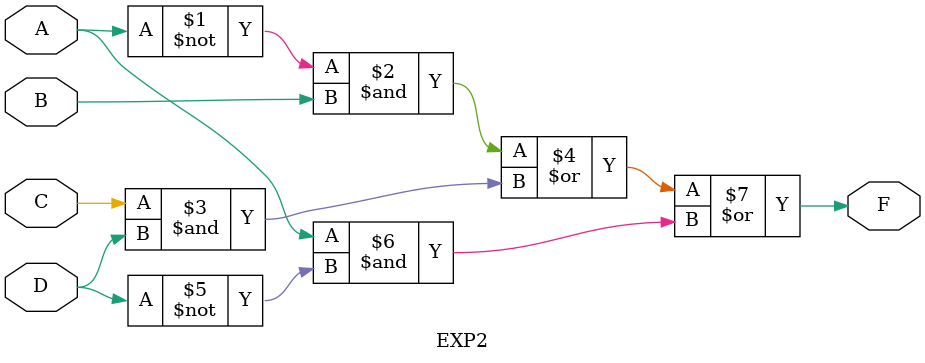
<source format=v>
module EXP2 (
    input  wire A,
    input  wire B,
    input  wire C,
    input  wire D,
    output wire F
);

assign F = (~A & B) | (C & D) | (A & ~D);

endmodule


</source>
